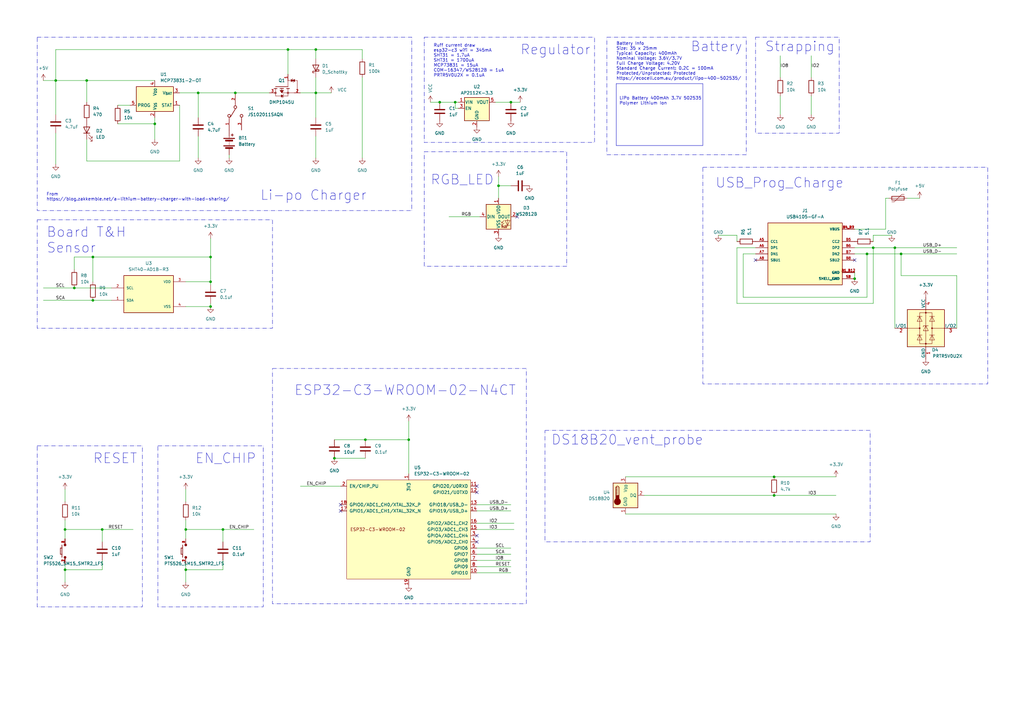
<source format=kicad_sch>
(kicad_sch (version 20230121) (generator eeschema)
  (paper "A3")
  (lib_symbols
    (symbol "Battery_Management:MCP73831-2-OT"
      (property "Reference" "U" (at -7.62 6.35 0))
      (property "Value" "MCP73831-2-OT" (at 1.27 6.35 0))
      (symbol "MCP73831-2-OT_1_1"
        (pin output line (at 10.16 -2.54 180) (length 2.54) (name "STAT") (number "1"))
        (pin power_in line (at 0 -7.62 90) (length 2.54) (name "V_{SS}") (number "2"))
        (pin power_out line (at 10.16 2.54 180) (length 2.54) (name "V_{BAT}") (number "3"))
        (pin power_in line (at 0 7.62 270) (length 2.54) (name "V_{DD}") (number "4"))
        (pin input line (at -10.16 -2.54 0) (length 2.54) (name "PROG") (number "5"))
      )
    )
    (symbol "DMP1045U:DMP1045U" (pin_names (offset 1.016))
      (property "Reference" "Q" (at -10.16 7.62 0))
      (property "Value" "DMP1045U" (at -10.16 -7.62 0))
      (symbol "DMP1045U_0_0"
        (pin passive line (at -5.08 2.54 0) (length 2.54) (name "~") (number "1"))
        (pin passive line (at 2.54 7.62 270) (length 2.54) (name "~") (number "2"))
        (pin passive line (at 2.54 -5.08 90) (length 2.54) (name "~") (number "3"))
      )
    )
    (symbol "Device:Battery" (pin_numbers hide) (pin_names (offset 0) hide)
      (property "Reference" "BT" (at 2.54 2.54 0))
      (property "Value" "Battery" (at 2.54 0 0))
      (symbol "Battery_1_1"
        (pin passive line (at 0 5.08 270) (length 2.54) (name "+") (number "1"))
        (pin passive line (at 0 -5.08 90) (length 2.54) (name "-") (number "2"))
      )
    )
    (symbol "Device:C" (pin_numbers hide) (pin_names (offset 0.254))
      (property "Reference" "C" (at 0.635 2.54 0))
      (property "Value" "C" (at 0.635 -2.54 0))
      (symbol "C_1_1"
        (pin passive line (at 0 3.81 270) (length 2.794) (name "~") (number "1"))
        (pin passive line (at 0 -3.81 90) (length 2.794) (name "~") (number "2"))
      )
    )
    (symbol "Device:D_Schottky" (pin_numbers hide) (pin_names (offset 1.016) hide)
      (property "Reference" "D" (at 0 2.54 0))
      (property "Value" "D_Schottky" (at 0 -2.54 0))
      (symbol "D_Schottky_1_1"
        (pin passive line (at -3.81 0 0) (length 2.54) (name "K") (number "1"))
        (pin passive line (at 3.81 0 180) (length 2.54) (name "A") (number "2"))
      )
    )
    (symbol "Device:LED" (pin_numbers hide) (pin_names (offset 1.016) hide)
      (property "Reference" "D" (at 0 2.54 0))
      (property "Value" "LED" (at 0 -2.54 0))
      (symbol "LED_1_1"
        (pin passive line (at -3.81 0 0) (length 2.54) (name "K") (number "1"))
        (pin passive line (at 3.81 0 180) (length 2.54) (name "A") (number "2"))
      )
    )
    (symbol "Device:Polyfuse" (pin_numbers hide) (pin_names (offset 0))
      (property "Reference" "F" (at -2.54 0 90))
      (property "Value" "Polyfuse" (at 2.54 0 90))
      (symbol "Polyfuse_1_1"
        (pin passive line (at 0 3.81 270) (length 1.27) (name "~") (number "1"))
        (pin passive line (at 0 -3.81 90) (length 1.27) (name "~") (number "2"))
      )
    )
    (symbol "Device:R" (pin_numbers hide) (pin_names (offset 0))
      (property "Reference" "R" (at 2.032 0 90))
      (property "Value" "R" (at 0 0 90))
      (symbol "R_1_1"
        (pin passive line (at 0 3.81 270) (length 1.27) (name "~") (number "1"))
        (pin passive line (at 0 -3.81 90) (length 1.27) (name "~") (number "2"))
      )
    )
    (symbol "JS102011SAQN:JS102011SAQN" (pin_names (offset 1.016))
      (property "Reference" "S" (at -7.6229 5.0819 0))
      (property "Value" "JS102011SAQN" (at -7.6286 -5.0857 0))
      (symbol "JS102011SAQN_0_0"
        (pin passive line (at -7.62 2.54 0) (length 5.08) (name "~") (number "1"))
        (pin passive line (at 7.62 0 180) (length 5.08) (name "~") (number "2"))
        (pin passive line (at -7.62 -2.54 0) (length 5.08) (name "~") (number "3"))
      )
    )
    (symbol "LED:WS2812B" (pin_names (offset 0.254))
      (property "Reference" "D" (at 5.08 5.715 0))
      (property "Value" "WS2812B" (at 1.27 -5.715 0))
      (symbol "WS2812B_0_0"
        (text "RGB" (at 2.286 -4.191 0) (effects (font (size 0.762 0.762))))
      )
      (symbol "WS2812B_1_1"
        (pin power_in line (at 0 7.62 270) (length 2.54) (name "VDD") (number "1"))
        (pin output line (at 7.62 0 180) (length 2.54) (name "DOUT") (number "2"))
        (pin power_in line (at 0 -7.62 90) (length 2.54) (name "VSS") (number "3"))
        (pin input line (at -7.62 0 0) (length 2.54) (name "DIN") (number "4"))
      )
    )
    (symbol "PCM_Espressif:ESP32-C3-WROOM-02" (pin_names (offset 1.016))
      (property "Reference" "U" (at -25.4 25.4 0))
      (property "Value" "ESP32-C3-WROOM-02" (at -25.4 22.86 0))
      (symbol "ESP32-C3-WROOM-02_0_0"
        (text "ESP32-C3-WROOM-02" (at -12.7 0 0) (effects (font (size 1.27 1.27))))
      )
      (symbol "ESP32-C3-WROOM-02_1_1"
        (pin power_in line (at 0 22.86 270) (length 2.54) (name "3V3") (number "1"))
        (pin bidirectional line (at 27.94 -17.78 180) (length 2.54) (name "GPIO10") (number "10"))
        (pin bidirectional line (at 27.94 17.78 180) (length 2.54) (name "GPIO20/U0RXD") (number "11"))
        (pin bidirectional line (at 27.94 15.24 180) (length 2.54) (name "GPIO21/U0TXD") (number "12"))
        (pin bidirectional line (at 27.94 10.16 180) (length 2.54) (name "GPIO18/USB_D-") (number "13"))
        (pin bidirectional line (at 27.94 7.62 180) (length 2.54) (name "GPIO19/USB_D+") (number "14"))
        (pin bidirectional line (at 27.94 0 180) (length 2.54) (name "GPIO3/ADC1_CH3") (number "15"))
        (pin bidirectional line (at 27.94 2.54 180) (length 2.54) (name "GPIO2/ADC1_CH2") (number "16"))
        (pin bidirectional line (at -27.94 7.62 0) (length 2.54) (name "GPIO1/ADC1_CH1/XTAL_32K_N") (number "17"))
        (pin bidirectional line (at -27.94 10.16 0) (length 2.54) (name "GPIO0/ADC1_CH0/XTAL_32K_P") (number "18"))
        (pin power_in line (at 0 -22.86 90) (length 2.54) (name "GND") (number "19"))
        (pin input line (at -27.94 17.78 0) (length 2.54) (name "EN/CHIP_PU") (number "2"))
        (pin bidirectional line (at 27.94 -2.54 180) (length 2.54) (name "GPIO4/ADC1_CH4") (number "3"))
        (pin bidirectional line (at 27.94 -5.08 180) (length 2.54) (name "GPIO5/ADC2_CH0") (number "4"))
        (pin bidirectional line (at 27.94 -7.62 180) (length 2.54) (name "GPIO6") (number "5"))
        (pin bidirectional line (at 27.94 -10.16 180) (length 2.54) (name "GPIO7") (number "6"))
        (pin bidirectional line (at 27.94 -12.7 180) (length 2.54) (name "GPIO8") (number "7"))
        (pin bidirectional line (at 27.94 -15.24 180) (length 2.54) (name "GPIO9") (number "8"))
        (pin passive line (at 0 -22.86 90) (length 2.54) hide (name "GND") (number "9"))
      )
    )
    (symbol "PTS526_SM15_SMTR2_LFS:PTS526_SM15_SMTR2_LFS" (pin_names (offset 1.016))
      (property "Reference" "SW" (at -2.54 2.54 0))
      (property "Value" "PTS526_SM15_SMTR2_LFS" (at -2.54 -2.54 0))
      (symbol "PTS526_SM15_SMTR2_LFS_0_0"
        (pin passive line (at -5.08 0 0) (length 2.54) (name "~") (number "1"))
        (pin passive line (at -5.08 0 0) (length 2.54) (name "~") (number "2"))
        (pin passive line (at 5.08 0 180) (length 2.54) (name "~") (number "3"))
        (pin passive line (at 5.08 0 180) (length 2.54) (name "~") (number "4"))
      )
    )
    (symbol "Power_Protection:PRTR5V0U2X" (pin_names (offset 0))
      (property "Reference" "D" (at 2.794 8.636 0))
      (property "Value" "PRTR5V0U2X" (at 8.128 -9.398 0))
      (symbol "PRTR5V0U2X_1_1"
        (pin passive line (at 0 -12.7 90) (length 5.08) (name "GND") (number "1"))
        (pin passive line (at -12.7 0 0) (length 5.08) (name "I/O1") (number "2"))
        (pin passive line (at 12.7 0 180) (length 5.08) (name "I/O2") (number "3"))
        (pin passive line (at 0 12.7 270) (length 5.08) (name "VCC") (number "4"))
      )
    )
    (symbol "Regulator_Linear:AP2112K-3.3" (pin_names (offset 0.254))
      (property "Reference" "U" (at -5.08 5.715 0))
      (property "Value" "AP2112K-3.3" (at 0 5.715 0))
      (symbol "AP2112K-3.3_1_1"
        (pin power_in line (at -7.62 2.54 0) (length 2.54) (name "VIN") (number "1"))
        (pin power_in line (at 0 -7.62 90) (length 2.54) (name "GND") (number "2"))
        (pin input line (at -7.62 0 0) (length 2.54) (name "EN") (number "3"))
        (pin no_connect line (at 5.08 0 180) (length 2.54) hide (name "NC") (number "4"))
        (pin power_out line (at 7.62 2.54 180) (length 2.54) (name "VOUT") (number "5"))
      )
    )
    (symbol "SHT40-AD1B-R3:SHT40-AD1B-R3" (pin_names (offset 1.016))
      (property "Reference" "U" (at -10.16 8.89 0))
      (property "Value" "SHT40-AD1B-R3" (at -10.16 -10.16 0))
      (symbol "SHT40-AD1B-R3_0_0"
        (pin bidirectional line (at -15.24 -2.54 0) (length 5.08) (name "SDA") (number "1"))
        (pin input line (at -15.24 2.54 0) (length 5.08) (name "SCL") (number "2"))
        (pin power_in line (at 15.24 5.08 180) (length 5.08) (name "VDD") (number "3"))
        (pin power_in line (at 15.24 -5.08 180) (length 5.08) (name "VSS") (number "4"))
      )
    )
    (symbol "Sensor_Temperature:DS18B20"
      (property "Reference" "U" (at -3.81 6.35 0))
      (property "Value" "DS18B20" (at 6.35 6.35 0))
      (symbol "DS18B20_1_1"
        (pin power_in line (at 0 -7.62 90) (length 2.54) (name "GND") (number "1"))
        (pin bidirectional line (at 7.62 0 180) (length 2.54) (name "DQ") (number "2"))
        (pin power_in line (at 0 7.62 270) (length 2.54) (name "V_{DD}") (number "3"))
      )
    )
    (symbol "USB4105-GF-A:USB4105-GF-A" (pin_names (offset 1.016))
      (property "Reference" "J" (at -15.24 13.97 0))
      (property "Value" "USB4105-GF-A" (at -15.24 -15.24 0))
      (symbol "USB4105-GF-A_0_0"
        (pin power_in line (at 20.32 -7.62 180) (length 5.08) (name "GND") (number "A1_B12"))
        (pin power_in line (at 20.32 10.16 180) (length 5.08) (name "VBUS") (number "A4_B9"))
        (pin bidirectional line (at -20.32 5.08 0) (length 5.08) (name "CC1") (number "A5"))
        (pin bidirectional line (at -20.32 2.54 0) (length 5.08) (name "DP1") (number "A6"))
        (pin bidirectional line (at -20.32 0 0) (length 5.08) (name "DN1") (number "A7"))
        (pin bidirectional line (at -20.32 -2.54 0) (length 5.08) (name "SBU1") (number "A8"))
        (pin power_in line (at 20.32 -7.62 180) (length 5.08) (name "GND") (number "B1_A12"))
        (pin power_in line (at 20.32 10.16 180) (length 5.08) (name "VBUS") (number "B4_A9"))
        (pin bidirectional line (at 20.32 5.08 180) (length 5.08) (name "CC2") (number "B5"))
        (pin bidirectional line (at 20.32 2.54 180) (length 5.08) (name "DP2") (number "B6"))
        (pin bidirectional line (at 20.32 0 180) (length 5.08) (name "DN2") (number "B7"))
        (pin bidirectional line (at 20.32 -2.54 180) (length 5.08) (name "SBU2") (number "B8"))
        (pin power_in line (at 20.32 -10.16 180) (length 5.08) (name "SHELL_GND") (number "S1"))
        (pin power_in line (at 20.32 -10.16 180) (length 5.08) (name "SHELL_GND") (number "S2"))
        (pin power_in line (at 20.32 -10.16 180) (length 5.08) (name "SHELL_GND") (number "S3"))
        (pin power_in line (at 20.32 -10.16 180) (length 5.08) (name "SHELL_GND") (number "S4"))
      )
    )
    (symbol "power:+3.3V" (power) (pin_names (offset 0))
      (property "Value" "+3.3V" (at 0 3.556 0))
      (symbol "+3.3V_1_1"
        (pin power_in line (at 0 0 90) (length 0) hide (name "+3.3V") (number "1"))
      )
    )
    (symbol "power:+5V" (power) (pin_names (offset 0))
      (property "Value" "+5V" (at 0 3.556 0))
      (symbol "+5V_1_1"
        (pin power_in line (at 0 0 90) (length 0) hide (name "+5V") (number "1"))
      )
    )
    (symbol "power:GND" (power) (pin_names (offset 0))
      (property "Value" "GND" (at 0 -3.81 0))
      (symbol "GND_1_1"
        (pin power_in line (at 0 0 270) (length 0) hide (name "GND") (number "1"))
      )
    )
    (symbol "power:VCC" (power) (pin_names (offset 0))
      (property "Value" "VCC" (at 0 3.81 0))
      (symbol "VCC_1_1"
        (pin power_in line (at 0 0 90) (length 0) hide (name "VCC") (number "1"))
      )
    )
  )
  (junction (at 369.57 104.14))
  (junction (at 96.52 38.1))
  (junction (at 76.2 217.17))
  (junction (at 86.36 125.73))
  (junction (at 26.67 217.17))
  (junction (at 91.44 217.17))
  (junction (at 350.52 114.3))
  (junction (at 317.5 203.2))
  (junction (at 167.64 180.34))
  (junction (at 367.03 101.6))
  (junction (at 81.28 38.1))
  (junction (at 129.54 38.1))
  (junction (at 209.55 41.91))
  (junction (at 118.11 20.32))
  (junction (at 317.5 195.58))
  (junction (at 204.47 76.2))
  (junction (at 76.2 233.68))
  (junction (at 86.36 105.41))
  (junction (at 149.86 180.34))
  (junction (at 86.36 115.57))
  (junction (at 63.5 50.8))
  (junction (at 186.69 41.91))
  (junction (at 22.86 33.02))
  (junction (at 26.67 233.68))
  (junction (at 30.48 118.11))
  (junction (at 38.1 123.19))
  (junction (at 38.1 105.41))
  (junction (at 129.54 20.32))
  (junction (at 355.6 104.14))
  (junction (at 35.56 33.02))
  (junction (at 358.14 101.6))
  (junction (at 137.16 187.96))
  (junction (at 180.34 41.91))
  (junction (at 41.91 217.17))
  (no_connect (at 195.58 219.71))
  (no_connect (at 195.58 222.25))
  (no_connect (at 139.7 207.01))
  (no_connect (at 212.09 88.9))
  (no_connect (at 350.52 106.68))
  (no_connect (at 195.58 199.39))
  (no_connect (at 139.7 209.55))
  (no_connect (at 309.88 106.68))
  (no_connect (at 195.58 201.93))
  (wire (pts (xy 41.91 217.17) (xy 41.91 222.25)))
  (wire (pts (xy 73.66 66.04) (xy 73.66 43.18)))
  (wire (pts (xy 63.5 57.15) (xy 63.5 50.8)))
  (wire (pts (xy 38.1 105.41) (xy 38.1 115.57)))
  (wire (pts (xy 26.67 217.17) (xy 26.67 220.98)))
  (wire (pts (xy 76.2 217.17) (xy 76.2 220.98)))
  (wire (pts (xy 91.44 217.17) (xy 91.44 222.25)))
  (wire (pts (xy 38.1 105.41) (xy 86.36 105.41)))
  (wire (pts (xy 369.57 104.14) (xy 369.57 113.03)))
  (wire (pts (xy 86.36 124.46) (xy 86.36 125.73)))
  (wire (pts (xy 204.47 76.2) (xy 209.55 76.2)))
  (wire (pts (xy 41.91 217.17) (xy 54.61 217.17)))
  (wire (pts (xy 76.2 233.68) (xy 76.2 238.76)))
  (wire (pts (xy 392.43 113.03) (xy 369.57 113.03)))
  (wire (pts (xy 186.69 41.91) (xy 187.96 41.91)))
  (wire (pts (xy 91.44 229.87) (xy 91.44 233.68)))
  (wire (pts (xy 137.16 180.34) (xy 149.86 180.34)))
  (wire (pts (xy 91.44 217.17) (xy 104.14 217.17)))
  (wire (pts (xy 137.16 187.96) (xy 149.86 187.96)))
  (wire (pts (xy 204.47 72.39) (xy 204.47 76.2)))
  (wire (pts (xy 369.57 104.14) (xy 392.43 104.14)))
  (wire (pts (xy 350.52 101.6) (xy 358.14 101.6)))
  (wire (pts (xy 317.5 203.2) (xy 342.9 203.2)))
  (wire (pts (xy 30.48 118.11) (xy 45.72 118.11)))
  (wire (pts (xy 350.52 93.98) (xy 363.22 93.98)))
  (wire (pts (xy 309.88 101.6) (xy 302.26 101.6)))
  (wire (pts (xy 76.2 233.68) (xy 76.2 231.14)))
  (wire (pts (xy 195.58 232.41) (xy 209.55 232.41)))
  (wire (pts (xy 302.26 99.06) (xy 302.26 96.52)))
  (wire (pts (xy 317.5 195.58) (xy 342.9 195.58)))
  (wire (pts (xy 76.2 217.17) (xy 91.44 217.17)))
  (wire (pts (xy 204.47 76.2) (xy 204.47 81.28)))
  (wire (pts (xy 304.8 121.92) (xy 355.6 121.92)))
  (wire (pts (xy 195.58 234.95) (xy 209.55 234.95)))
  (wire (pts (xy 30.48 110.49) (xy 30.48 105.41)))
  (wire (pts (xy 148.59 31.75) (xy 148.59 64.77)))
  (wire (pts (xy 195.58 217.17) (xy 210.82 217.17)))
  (wire (pts (xy 363.22 93.98) (xy 363.22 81.28)))
  (wire (pts (xy 167.64 180.34) (xy 167.64 194.31)))
  (wire (pts (xy 332.74 22.86) (xy 332.74 31.75)))
  (wire (pts (xy 22.86 20.32) (xy 118.11 20.32)))
  (wire (pts (xy 195.58 229.87) (xy 209.55 229.87)))
  (wire (pts (xy 176.53 41.91) (xy 180.34 41.91)))
  (wire (pts (xy 93.98 64.77) (xy 93.98 63.5)))
  (wire (pts (xy 332.74 39.37) (xy 332.74 46.99)))
  (wire (pts (xy 367.03 101.6) (xy 367.03 134.62)))
  (wire (pts (xy 195.58 209.55) (xy 209.55 209.55)))
  (wire (pts (xy 35.56 66.04) (xy 73.66 66.04)))
  (wire (pts (xy 320.04 39.37) (xy 320.04 46.99)))
  (wire (pts (xy 148.59 20.32) (xy 148.59 24.13)))
  (wire (pts (xy 86.36 105.41) (xy 86.36 115.57)))
  (wire (pts (xy 186.69 44.45) (xy 186.69 41.91)))
  (wire (pts (xy 63.5 50.8) (xy 63.5 48.26)))
  (wire (pts (xy 320.04 22.86) (xy 320.04 31.75)))
  (wire (pts (xy 392.43 134.62) (xy 392.43 113.03)))
  (wire (pts (xy 26.67 233.68) (xy 26.67 238.76)))
  (wire (pts (xy 86.36 115.57) (xy 86.36 116.84)))
  (wire (pts (xy 86.36 97.79) (xy 86.36 105.41)))
  (wire (pts (xy 22.86 33.02) (xy 35.56 33.02)))
  (wire (pts (xy 302.26 124.46) (xy 358.14 124.46)))
  (wire (pts (xy 26.67 200.66) (xy 26.67 205.74)))
  (wire (pts (xy 123.19 38.1) (xy 129.54 38.1)))
  (wire (pts (xy 129.54 31.75) (xy 129.54 38.1)))
  (wire (pts (xy 35.56 41.91) (xy 35.56 33.02)))
  (wire (pts (xy 358.14 101.6) (xy 367.03 101.6)))
  (wire (pts (xy 38.1 123.19) (xy 45.72 123.19)))
  (wire (pts (xy 81.28 64.77) (xy 81.28 55.88)))
  (wire (pts (xy 195.58 207.01) (xy 209.55 207.01)))
  (wire (pts (xy 118.11 20.32) (xy 129.54 20.32)))
  (wire (pts (xy 22.86 67.31) (xy 22.86 54.61)))
  (wire (pts (xy 363.22 81.28) (xy 364.49 81.28)))
  (wire (pts (xy 22.86 33.02) (xy 22.86 20.32)))
  (wire (pts (xy 129.54 20.32) (xy 148.59 20.32)))
  (wire (pts (xy 48.26 43.18) (xy 53.34 43.18)))
  (wire (pts (xy 302.26 96.52) (xy 294.64 96.52)))
  (wire (pts (xy 209.55 41.91) (xy 213.36 41.91)))
  (wire (pts (xy 73.66 38.1) (xy 81.28 38.1)))
  (wire (pts (xy 76.2 213.36) (xy 76.2 217.17)))
  (wire (pts (xy 129.54 55.88) (xy 129.54 64.77)))
  (wire (pts (xy 123.19 199.39) (xy 139.7 199.39)))
  (wire (pts (xy 304.8 104.14) (xy 304.8 121.92)))
  (wire (pts (xy 26.67 213.36) (xy 26.67 217.17)))
  (wire (pts (xy 135.89 38.1) (xy 129.54 38.1)))
  (wire (pts (xy 81.28 38.1) (xy 96.52 38.1)))
  (wire (pts (xy 26.67 231.14) (xy 26.67 233.68)))
  (wire (pts (xy 48.26 50.8) (xy 63.5 50.8)))
  (wire (pts (xy 184.15 88.9) (xy 196.85 88.9)))
  (wire (pts (xy 180.34 41.91) (xy 186.69 41.91)))
  (wire (pts (xy 355.6 104.14) (xy 369.57 104.14)))
  (wire (pts (xy 350.52 111.76) (xy 350.52 114.3)))
  (wire (pts (xy 96.52 38.1) (xy 110.49 38.1)))
  (wire (pts (xy 22.86 46.99) (xy 22.86 33.02)))
  (wire (pts (xy 203.2 41.91) (xy 209.55 41.91)))
  (wire (pts (xy 17.78 33.02) (xy 22.86 33.02)))
  (wire (pts (xy 187.96 44.45) (xy 186.69 44.45)))
  (wire (pts (xy 256.54 195.58) (xy 317.5 195.58)))
  (wire (pts (xy 355.6 121.92) (xy 355.6 104.14)))
  (wire (pts (xy 302.26 101.6) (xy 302.26 124.46)))
  (wire (pts (xy 30.48 105.41) (xy 38.1 105.41)))
  (wire (pts (xy 256.54 210.82) (xy 342.9 210.82)))
  (wire (pts (xy 350.52 104.14) (xy 355.6 104.14)))
  (wire (pts (xy 76.2 115.57) (xy 86.36 115.57)))
  (wire (pts (xy 358.14 99.06) (xy 358.14 96.52)))
  (wire (pts (xy 195.58 214.63) (xy 210.82 214.63)))
  (wire (pts (xy 367.03 101.6) (xy 392.43 101.6)))
  (wire (pts (xy 309.88 104.14) (xy 304.8 104.14)))
  (wire (pts (xy 358.14 96.52) (xy 365.76 96.52)))
  (wire (pts (xy 149.86 180.34) (xy 167.64 180.34)))
  (wire (pts (xy 195.58 227.33) (xy 209.55 227.33)))
  (wire (pts (xy 195.58 224.79) (xy 209.55 224.79)))
  (wire (pts (xy 81.28 38.1) (xy 81.28 48.26)))
  (wire (pts (xy 41.91 229.87) (xy 41.91 233.68)))
  (wire (pts (xy 129.54 38.1) (xy 129.54 48.26)))
  (wire (pts (xy 17.78 118.11) (xy 30.48 118.11)))
  (wire (pts (xy 358.14 101.6) (xy 358.14 124.46)))
  (wire (pts (xy 76.2 125.73) (xy 86.36 125.73)))
  (wire (pts (xy 91.44 233.68) (xy 76.2 233.68)))
  (wire (pts (xy 35.56 33.02) (xy 63.5 33.02)))
  (wire (pts (xy 35.56 57.15) (xy 35.56 66.04)))
  (wire (pts (xy 372.11 81.28) (xy 377.19 81.28)))
  (wire (pts (xy 264.16 203.2) (xy 317.5 203.2)))
  (wire (pts (xy 118.11 20.32) (xy 118.11 30.48)))
  (wire (pts (xy 76.2 200.66) (xy 76.2 205.74)))
  (wire (pts (xy 41.91 233.68) (xy 26.67 233.68)))
  (wire (pts (xy 26.67 217.17) (xy 41.91 217.17)))
  (wire (pts (xy 167.64 172.72) (xy 167.64 180.34)))
  (wire (pts (xy 17.78 123.19) (xy 38.1 123.19)))
  (wire (pts (xy 129.54 20.32) (xy 129.54 24.13)))
  (rectangle (start 309.88 15.24) (end 344.17 54.61) (stroke (width 0) (type dash_dot)))
  (rectangle (start 111.76 151.13) (end 215.9 247.65) (stroke (width 0) (type dash_dot)))
  (rectangle (start 252.73 34.29) (end 288.29 59.69))
  (rectangle (start 15.24 90.17) (end 111.76 134.62) (stroke (width 0) (type dash_dot)))
  (rectangle (start 173.99 15.24) (end 243.84 58.42) (stroke (width 0) (type dash_dot)))
  (rectangle (start 288.29 68.58) (end 405.13 157.48) (stroke (width 0) (type dash_dot)))
  (rectangle (start 248.92 15.24) (end 306.07 63.5) (stroke (width 0) (type dash_dot)))
  (rectangle (start 15.24 15.24) (end 168.91 86.36) (stroke (width 0) (type dash_dot)))
  (rectangle (start 173.99 62.23) (end 232.41 109.22) (stroke (width 0) (type dash_dot)))
  (rectangle (start 223.52 176.53) (end 356.87 222.25) (stroke (width 0) (type dash_dot)))
  (rectangle (start 64.77 182.88) (end 107.95 248.92) (stroke (width 0) (type dash_dot)))
  (rectangle (start 15.24 182.88) (end 58.42 248.92) (stroke (width 0) (type dash_dot)))
  (text "Battery" (at 283.21 21.59 0) (effects (font (size 4 4)) (justify left bottom)))
  (text "RESET" (at 38.1 190.5 0) (effects (font (size 4 4)) (justify left bottom)))
  (text "USB_Prog_Charge" (at 293.37 77.47 0) (effects (font (size 4 4)) (justify left bottom)))
  (text "Li-po Charger" (at 106.68 82.55 0) (effects (font (size 4 4)) (justify left bottom)))
  (text "EN_CHIP" (at 80.01 190.5 0) (effects (font (size 4 4)) (justify left bottom)))
  (text "Board T&H \nSensor" (at 19.05 104.14 0) (effects (font (size 4 4)) (justify left bottom)))
  (text "ESP32-C3-WROOM-02-N4CT" (at 120.65 162.56 0) (effects (font (size 4 4)) (justify left bottom)))
  (text "Regulator" (at 213.36 22.86 0) (effects (font (size 4 4)) (justify left bottom)))
  (text "Ruff current draw\nesp32-c3 wifi = 345mA\nSHT31 = 1.7uA \nSHT31 = 1700uA\nMCP73831 = 15uA\nCOM-16347/WS2812B = 1uA\nPRTR5V0U2X = 0.1uA" (at 177.8 31.75 0) (effects (font (size 1.27 1.27)) (justify left bottom)))
  (text "Battery Info\nSize: 35 x 25mm\nTypical Capacity: 400mAh\nNominal Voltage: 3.6V/3.7V\nFull Charge Voltage: 4.20V\nStandard Charge Current: 0.2C = 100mA\nProtected/Unprotected: Protected\nhttps://ecocell.com.au/product/lipo-400-502535/" (at 252.73 33.02 0) (effects (font (size 1.27 1.27)) (justify left bottom)))
  (text "Strapping" (at 313.69 21.59 0) (effects (font (size 4 4)) (justify left bottom)))
  (text "DS18B20_vent_probe" (at 226.06 182.88 0) (effects (font (size 4 4)) (justify left bottom)))
  (text "From\nhttps://blog.zakkemble.net/a-lithium-battery-charger-with-load-sharing/" (at 19.05 82.55 0) (effects (font (size 1.27 1.27)) (justify left bottom)))
  (text "RGB_LED" (at 176.53 76.2 0) (effects (font (size 4 4)) (justify left bottom)))
  (text "LiPo Battery 400mAh 3.7V 502535\nPolymer Lithium Ion" (at 254 43.18 0) (effects (font (size 1.27 1.27)) (justify left bottom)))
  (label "USB_D-" (at 378.46 104.14 0))
  (label "SCL" (at 22.86 118.11 0))
  (label "SCA" (at 203.2 227.33 0))
  (label "SCL" (at 203.2 224.79 0))
  (label "IO8" (at 203.2 229.87 0))
  (label "RGB" (at 189.23 88.9 0))
  (label "IO3" (at 331.47 203.2 0))
  (label "RESET" (at 203.2 232.41 0))
  (label "RESET" (at 44.45 217.17 0))
  (label "USB_D+" (at 200.66 209.55 0))
  (label "SCA" (at 22.86 123.19 0))
  (label "IO3" (at 200.66 217.17 0))
  (label "IO2" (at 332.74 27.94 0))
  (label "EN_CHIP" (at 125.73 199.39 0))
  (label "IO2" (at 200.66 214.63 0))
  (label "USB_D-" (at 200.66 207.01 0))
  (label "EN_CHIP" (at 93.98 217.17 0))
  (label "RGB" (at 204.47 234.95 0))
  (label "IO8" (at 320.04 27.94 0))
  (label "USB_D+" (at 378.46 101.6 0))
  (symbol (lib_id "Device:Battery") (at 93.98 58.42 0) (unit 1)
    (property "Reference" "BT1" (at 97.79 56.5785 0) (effects (justify left)))
    (property "Value" "Battery" (at 97.79 59.1185 0) (effects (justify left)))
    (property "Footprint" "LED_THT:LED_D2.0mm_W4.8mm_H2.5mm_FlatTop" (effects hide))
    (property "ProductPage" "https://ecocell.com.au/product/lipo-400-502535/" (effects hide))
    (property "Price" "$7.90" (effects hide))
    (property "PartNumber" "LIPO-400-502535" (effects hide))
  )
  (symbol (lib_id "Device:R") (at 35.56 45.72 0) (unit 1)
    (property "Reference" "R4" (at 38.1 44.45 0) (effects (justify left)))
    (property "Value" "470" (at 38.1 46.99 0) (effects (justify left)))
    (property "Footprint" "Resistor_SMD:R_0402_1005Metric_Pad0.72x0.64mm_HandSolder" (effects hide))
    (property "DigiKeyPN" "1292-WR04X4700FTLCT-ND - Cut Tape (CT)" (effects hide))
    (property "ProductPage" "https://www.digikey.com.au/en/products/detail/walsin-technology-corporation/WR04X4700FTL/13238725" (effects hide))
    (property "Price" "$0.17600" (effects hide))
  )
  (symbol (lib_id "Device:C") (at 209.55 45.72 0) (unit 1)
    (property "Reference" "C2" (at 213.36 44.45 0) (effects (justify left)))
    (property "Value" "1uF" (at 213.36 46.99 0) (effects (justify left)))
    (property "Footprint" "Capacitor_SMD:C_0402_1005Metric_Pad0.74x0.62mm_HandSolder" (effects hide))
    (property "DigiKeyPN" "1276-1076-1-ND - Cut Tape (CT)" (effects hide))
    (property "ProductPage" "https://www.digikey.com.au/en/products/detail/samsung-electro-mechanics/CL05A105KP5NNNC/3886734" (effects hide))
    (property "Price" "$0.17600" (effects hide))
  )
  (symbol (lib_id "SHT40-AD1B-R3:SHT40-AD1B-R3") (at 60.96 120.65 0) (unit 1)
    (property "Reference" "U3" (at 60.96 107.95 0))
    (property "Value" "SHT40-AD1B-R3" (at 60.96 110.49 0))
    (property "Footprint" "SHT40-AD1B-R3:SHT4X" (effects hide))
    (property "DigiKeyPN" "1649-SHT40-AD1B-R3CT-ND" (effects hide))
    (property "ProductPage" "https://www.digikey.com.au/en/products/detail/sensirion-ag/SHT40-AD1B-R3/14322709?s=N4IgTCBcDaIMoAkAqAWADAWgIIBECMAQhgEoDMIAugL5A" (effects hide))
    (property "Price" "$4.85100" (effects hide))
  )
  (symbol (lib_id "Battery_Management:MCP73831-2-OT") (at 63.5 40.64 0) (unit 1)
    (property "Reference" "U1" (at 65.6941 30.48 0) (effects (justify left)))
    (property "Value" "MCP73831-2-OT" (at 65.6941 33.02 0) (effects (justify left)))
    (property "Footprint" "Package_TO_SOT_SMD:SOT-23-5" (effects hide))
    (property "Datasheet" "http://ww1.microchip.com/downloads/en/DeviceDoc/20001984g.pdf" (effects hide))
    (property "DigiKeyPN" "MCP73831T-2ACI/OTCT-ND - Cut Tape (CT)" (effects hide))
    (property "ProductPage" "https://www.digikey.com.au/en/products/detail/microchip-technology/MCP73831T-2ACI-OT/964301" (effects hide))
    (property "Price" "$1.35300" (effects hide))
  )
  (symbol (lib_id "power:GND") (at 26.67 238.76 0) (unit 1)
    (property "Reference" "#PWR033" (effects hide))
    (property "Value" "GND" (at 26.67 243.84 0))
  )
  (symbol (lib_id "Device:R") (at 306.07 99.06 90) (unit 1)
    (property "Reference" "R6" (at 304.8 96.52 0) (effects (justify left)))
    (property "Value" "5.1" (at 307.34 96.52 0) (effects (justify left)))
    (property "Footprint" "Capacitor_SMD:C_0402_1005Metric_Pad0.74x0.62mm_HandSolder" (effects hide))
    (property "DigiKeyPN" "311-5.1JRCT-ND - Cut Tape (CT)" (effects hide))
    (property "ProductPage" "https://www.digikey.com.au/en/products/detail/yageo/RC0402JR-075R1L/726486" (effects hide))
    (property "Price" "$0.17600" (effects hide))
  )
  (symbol (lib_id "Device:C") (at 81.28 52.07 0) (unit 1)
    (property "Reference" "C4" (at 85.09 50.8 0) (effects (justify left)))
    (property "Value" "4.7uF" (at 85.09 53.34 0) (effects (justify left)))
    (property "Footprint" "Capacitor_SMD:C_0402_1005Metric_Pad0.74x0.62mm_HandSolder" (effects hide))
    (property "DigiKeyPN" "1276-1481-1-ND - Cut Tape (CT)" (effects hide))
    (property "ProductPage" "https://www.digikey.com.au/en/products/detail/samsung-electro-mechanics/CL05A475KQ5NRNC/3887139" (effects hide))
    (property "Price" "$0.17600" (effects hide))
  )
  (symbol (lib_id "power:GND") (at 129.54 64.77 0) (unit 1)
    (property "Reference" "#PWR013" (effects hide))
    (property "Value" "GND" (at 129.54 69.85 0))
  )
  (symbol (lib_id "power:+5V") (at 377.19 81.28 0) (unit 1)
    (property "Reference" "#PWR018" (effects hide))
    (property "Value" "+5V" (at 377.19 76.2 0))
  )
  (symbol (lib_id "DMP1045U:DMP1045U") (at 115.57 35.56 270) (unit 1)
    (property "Reference" "Q1" (at 115.57 33.02 90))
    (property "Value" "DMP1045U" (at 115.57 41.91 90))
    (property "Footprint" "DMP1045U:SOT91P240X110-3N" (effects hide))
    (property "DigiKeyPN" "DMP1045U-7DICT-ND - Cut Tape (CT)" (effects hide))
    (property "ProductPage" "https://www.digikey.com.au/en/products/detail/diodes-incorporated/DMP1045U-7/4249936" (effects hide))
    (property "Price" "$0.77000" (effects hide))
  )
  (symbol (lib_id "power:+3.3V") (at 204.47 72.39 0) (unit 1)
    (property "Reference" "#PWR016" (effects hide))
    (property "Value" "+3.3V" (at 204.47 67.31 0))
  )
  (symbol (lib_id "Device:R") (at 354.33 99.06 90) (unit 1)
    (property "Reference" "R7" (at 353.06 96.52 0) (effects (justify left)))
    (property "Value" "5.1" (at 355.6 96.52 0) (effects (justify left)))
    (property "Footprint" "Capacitor_SMD:C_0402_1005Metric_Pad0.74x0.62mm_HandSolder" (effects hide))
    (property "DigiKeyPN" "311-5.1JRCT-ND - Cut Tape (CT)" (effects hide))
    (property "ProductPage" "https://www.digikey.com.au/en/products/detail/yageo/RC0402JR-075R1L/726486" (effects hide))
    (property "Price" "$0.17600" (effects hide))
  )
  (symbol (lib_id "power:GND") (at 86.36 125.73 0) (unit 1)
    (property "Reference" "#PWR025" (effects hide))
    (property "Value" "GND" (at 86.36 130.81 0))
  )
  (symbol (lib_id "power:GND") (at 76.2 238.76 0) (unit 1)
    (property "Reference" "#PWR034" (effects hide))
    (property "Value" "GND" (at 76.2 243.84 0))
  )
  (symbol (lib_id "PTS526_SM15_SMTR2_LFS:PTS526_SM15_SMTR2_LFS") (at 26.67 226.06 90) (unit 1)
    (property "Reference" "SW2" (at 17.78 228.6 90) (effects (justify right)))
    (property "Value" "PTS526_SM15_SMTR2_LFS" (at 17.78 231.14 90) (effects (justify right)))
    (property "Footprint" "PTS526_SM15_SMTR2_LFS:PTS526SM15SMTR2LFS" (effects hide))
    (property "DigiKeyPN" "CKN12220-1-ND - Cut Tape (CT)" (effects hide))
    (property "ProductPage" "https://www.digikey.com.au/en/products/detail/c-k/PTS526-SM15-SMTR2-LFS/10056625" (effects hide))
    (property "Price" "$0.25300" (effects hide))
  )
  (symbol (lib_id "power:GND") (at 195.58 52.07 0) (unit 1)
    (property "Reference" "#PWR09" (effects hide))
    (property "Value" "GND" (at 195.58 57.15 0))
  )
  (symbol (lib_id "PCM_Espressif:ESP32-C3-WROOM-02") (at 167.64 217.17 0) (unit 1)
    (property "Reference" "U5" (at 169.8341 191.77 0) (effects (justify left)))
    (property "Value" "ESP32-C3-WROOM-02" (at 169.8341 194.31 0) (effects (justify left)))
    (property "Footprint" "PCM_Espressif:ESP32-C3-WROOM-02" (effects hide))
    (property "Datasheet" "https://www.espressif.com/sites/default/files/documentation/esp32-c3-wroom-02_datasheet_en.pdf" (effects hide))
    (property "DigiKeyPN" "1965-ESP32-C3-WROOM-02-N4CT-ND" (effects hide))
    (property "ProductPage" "https://www.digikey.com.au/en/products/detail/espressif-systems/ESP32-C3-WROOM-02-N4/14553031" (effects hide))
    (property "Price" "$3.38800" (effects hide))
  )
  (symbol (lib_id "power:VCC") (at 135.89 38.1 0) (unit 1)
    (property "Reference" "#PWR02" (effects hide))
    (property "Value" "VCC" (at 138.43 36.83 0) (effects (justify left)))
  )
  (symbol (lib_id "Device:R") (at 148.59 27.94 0) (unit 1)
    (property "Reference" "R1" (at 151.13 26.67 0) (effects (justify left)))
    (property "Value" "100k" (at 151.13 29.21 0) (effects (justify left)))
    (property "Footprint" "Resistor_SMD:R_0402_1005Metric_Pad0.72x0.64mm_HandSolder" (effects hide))
    (property "DigiKeyPN" "1292-WR04X104JTLCT-ND - Cut Tape (CT)" (effects hide))
    (property "ProductPage" "https://www.digikey.com.au/en/products/detail/walsin-technology-corporation/WR04X104-JTL/13239188" (effects hide))
    (property "Price" "$0.17600" (effects hide))
  )
  (symbol (lib_id "Device:R") (at 76.2 209.55 0) (unit 1)
    (property "Reference" "R12" (at 78.74 208.28 0) (effects (justify left)))
    (property "Value" "10k" (at 78.74 210.82 0) (effects (justify left)))
    (property "Footprint" "Capacitor_SMD:C_0402_1005Metric_Pad0.74x0.62mm_HandSolder" (effects hide))
    (property "DigiKeyPN" "311-10.0KLRCT-ND - Cut Tape (CT)" (effects hide))
    (property "ProductPage" "https://www.digikey.com.au/en/products/detail/yageo/RC0402FR-0710KL/726523" (effects hide))
    (property "Price" "$0.17600" (effects hide))
  )
  (symbol (lib_id "Sensor_Temperature:DS18B20") (at 256.54 203.2 0) (unit 1)
    (property "Reference" "U4" (at 250.19 201.93 0) (effects (justify right)))
    (property "Value" "DS18B20" (at 250.19 204.47 0) (effects (justify right)))
    (property "Footprint" "Package_TO_SOT_THT:TO-92_Inline" (effects hide))
    (property "Datasheet" "http://datasheets.maximintegrated.com/en/ds/DS18B20.pdf" (effects hide))
    (property "DigiKeyPN" "1528-1592-ND" (effects hide))
    (property "ProductPage" "https://www.digikey.com.au/en/products/detail/adafruit-industries-llc/381/5875807" (effects hide))
    (property "Price" "$17.75400" (effects hide))
  )
  (symbol (lib_id "Device:LED") (at 35.56 53.34 90) (unit 1)
    (property "Reference" "D2" (at 39.37 53.6575 90) (effects (justify right)))
    (property "Value" "LED" (at 39.37 56.1975 90) (effects (justify right)))
    (property "Footprint" "LED_THT:LED_Rectangular_W3.0mm_H2.0mm" (effects hide))
    (property "DigiKeyPN" "754-1901-ND" (effects hide))
    (property "ProductPage" "https://www.digikey.com.au/en/products/detail/kingbright/WP914IDT/3084285" (effects hide))
    (property "Price" "$0.57200" (effects hide))
  )
  (symbol (lib_id "Device:C") (at 137.16 184.15 0) (unit 1)
    (property "Reference" "C8" (at 140.97 182.88 0) (effects (justify left)))
    (property "Value" "10uF" (at 140.97 185.42 0) (effects (justify left)))
    (property "Footprint" "Capacitor_SMD:C_0603_1608Metric_Pad1.08x0.95mm_HandSolder" (effects hide))
    (property "DigiKeyPN" "1276-1119-1-ND - Cut Tape " (effects hide))
    (property "ProductPage" "https://www.digikey.com.au/en/products/detail/samsung-electro-mechanics/CL10A106MQ8NNNC/3886777" (effects hide))
    (property "Price" "$0.19800" (effects hide))
  )
  (symbol (lib_id "power:GND") (at 93.98 64.77 0) (unit 1)
    (property "Reference" "#PWR012" (effects hide))
    (property "Value" "GND" (at 93.98 69.85 0))
  )
  (symbol (lib_id "power:GND") (at 379.73 147.32 0) (unit 1)
    (property "Reference" "#PWR026" (effects hide))
    (property "Value" "GND" (at 379.73 152.4 0))
  )
  (symbol (lib_id "JS102011SAQN:JS102011SAQN") (at 96.52 45.72 90) (unit 1)
    (property "Reference" "S1" (at 101.6 44.45 90) (effects (justify right)))
    (property "Value" "JS102011SAQN" (at 101.6 46.99 90) (effects (justify right)))
    (property "Footprint" "JS102011SAQN:SW_JS102011SAQN" (effects hide))
    (property "DigiKeyPN" "401-1999-1-ND - Cut Tape (CT)" (effects hide))
    (property "ProductPage" "https://www.digikey.com.au/en/products/detail/c-k/JS102011SAQN/1640095" (effects hide))
    (property "Price" "$1.26500" (effects hide))
  )
  (symbol (lib_id "PTS526_SM15_SMTR2_LFS:PTS526_SM15_SMTR2_LFS") (at 76.2 226.06 90) (unit 1)
    (property "Reference" "SW1" (at 67.31 228.6 90) (effects (justify right)))
    (property "Value" "PTS526_SM15_SMTR2_LFS" (at 67.31 231.14 90) (effects (justify right)))
    (property "Footprint" "PTS526_SM15_SMTR2_LFS:PTS526SM15SMTR2LFS" (effects hide))
    (property "DigiKeyPN" "CKN12220-1-ND - Cut Tape (CT)" (effects hide))
    (property "ProductPage" "https://www.digikey.com.au/en/products/detail/c-k/PTS526-SM15-SMTR2-LFS/10056625" (effects hide))
    (property "Price" "$0.25300" (effects hide))
  )
  (symbol (lib_id "power:+3.3V") (at 26.67 200.66 0) (unit 1)
    (property "Reference" "#PWR030" (effects hide))
    (property "Value" "+3.3V" (at 26.67 195.58 0))
  )
  (symbol (lib_id "Device:R") (at 317.5 199.39 180) (unit 1)
    (property "Reference" "R10" (at 320.04 198.12 0) (effects (justify right)))
    (property "Value" "4.7k" (at 320.04 200.66 0) (effects (justify right)))
    (property "Footprint" "Resistor_SMD:R_0402_1005Metric_Pad0.72x0.64mm_HandSolder" (effects hide))
    (property "DigiKeyPN" "311-4.7KLRCT-ND - Cut Tape (CT)" (effects hide))
    (property "ProductPage" "https://www.digikey.com.au/en/products/detail/yageo/RC0402FR-074K7L/2827563" (effects hide))
    (property "Price" "$0.17600" (effects hide))
  )
  (symbol (lib_id "Device:R") (at 320.04 35.56 0) (unit 1)
    (property "Reference" "R2" (at 322.58 34.29 0) (effects (justify left)))
    (property "Value" "10k" (at 322.58 36.83 0) (effects (justify left)))
    (property "Footprint" "Capacitor_SMD:C_0402_1005Metric_Pad0.74x0.62mm_HandSolder" (effects hide))
    (property "DigiKeyPN" "311-10.0KLRCT-ND - Cut Tape (CT)" (effects hide))
    (property "ProductPage" "https://www.digikey.com.au/en/products/detail/yageo/RC0402FR-0710KL/726523" (effects hide))
    (property "Price" "$0.17600" (effects hide))
  )
  (symbol (lib_id "power:GND") (at 209.55 49.53 0) (unit 1)
    (property "Reference" "#PWR08" (effects hide))
    (property "Value" "GND" (at 209.55 54.61 0))
  )
  (symbol (lib_id "power:+3.3V") (at 76.2 200.66 0) (unit 1)
    (property "Reference" "#PWR031" (effects hide))
    (property "Value" "+3.3V" (at 76.2 195.58 0))
  )
  (symbol (lib_id "power:GND") (at 63.5 57.15 0) (unit 1)
    (property "Reference" "#PWR010" (effects hide))
    (property "Value" "GND" (at 63.5 62.23 0))
  )
  (symbol (lib_id "power:GND") (at 81.28 64.77 0) (unit 1)
    (property "Reference" "#PWR011" (effects hide))
    (property "Value" "GND" (at 81.28 69.85 0))
  )
  (symbol (lib_id "power:GND") (at 217.17 76.2 0) (unit 1)
    (property "Reference" "#PWR017" (effects hide))
    (property "Value" "GND" (at 217.17 81.28 0))
  )
  (symbol (lib_id "Device:C") (at 91.44 226.06 0) (unit 1)
    (property "Reference" "C11" (at 95.25 224.79 0) (effects (justify left)))
    (property "Value" "0.1uf" (at 95.25 227.33 0) (effects (justify left)))
    (property "Footprint" "Capacitor_SMD:C_0402_1005Metric_Pad0.74x0.62mm_HandSolder" (effects hide))
    (property "DigiKeyPN" "478-11504-1-ND - Cut Tape (CT)" (effects hide))
    (property "ProductPage" "https://www.digikey.com.au/en/products/detail/kyocera-avx/04026D104KAT4A/8107673" (effects hide))
    (property "Price" "$0.17600" (effects hide))
  )
  (symbol (lib_id "power:+3.3V") (at 213.36 41.91 0) (unit 1)
    (property "Reference" "#PWR04" (effects hide))
    (property "Value" "+3.3V" (at 213.36 36.83 0))
  )
  (symbol (lib_id "Device:D_Schottky") (at 129.54 27.94 90) (unit 1)
    (property "Reference" "D1" (at 132.08 26.9875 90) (effects (justify right)))
    (property "Value" "D_Schottky" (at 132.08 29.5275 90) (effects (justify right)))
    (property "Footprint" "Diode_SMD:D_SOD-123" (effects hide))
    (property "DigiKeyPN" "B130LAW-FDICT-ND - Cut Tape (CT)" (effects hide))
    (property "ProductPage" "https://www.digikey.com.au/en/products/detail/diodes-incorporated/B130LAW-7-F/725013" (effects hide))
    (property "Price" "$0.63800" (effects hide))
  )
  (symbol (lib_id "Device:C") (at 213.36 76.2 90) (unit 1)
    (property "Reference" "C6" (at 213.36 68.58 90))
    (property "Value" "1uF" (at 213.36 71.12 90))
    (property "Footprint" "Capacitor_SMD:C_0402_1005Metric_Pad0.74x0.62mm_HandSolder" (effects hide))
    (property "DigiKeyPN" "1276-1076-1-ND - Cut Tape (CT)" (effects hide))
    (property "ProductPage" "https://www.digikey.com.au/en/products/detail/samsung-electro-mechanics/CL05A105KP5NNNC/3886734" (effects hide))
    (property "Price" "$0.17600" (effects hide))
  )
  (symbol (lib_id "Power_Protection:PRTR5V0U2X") (at 379.73 134.62 0) (unit 1)
    (property "Reference" "D4" (at 383.54 143.51 0))
    (property "Value" "PRTR5V0U2X" (at 388.62 146.05 0))
    (property "Footprint" "Package_TO_SOT_SMD:SOT-143" (effects hide))
    (property "Datasheet" "https://assets.nexperia.com/documents/data-sheet/PRTR5V0U2X.pdf" (effects hide))
    (property "DigiKeyPN" "1727-3884-1-ND - Cut Tape (CT)" (effects hide))
    (property "ProductPage" "https://www.digikey.com.au/en/products/detail/nexperia-usa-inc/PRTR5V0U2X-215/1163690" (effects hide))
    (property "Price" "$0.89100" (effects hide))
  )
  (symbol (lib_id "power:GND") (at 167.64 240.03 0) (unit 1)
    (property "Reference" "#PWR035" (effects hide))
    (property "Value" "GND" (at 167.64 245.11 0))
  )
  (symbol (lib_id "Device:C") (at 22.86 50.8 0) (unit 1)
    (property "Reference" "C3" (at 26.67 49.53 0) (effects (justify left)))
    (property "Value" "4.7uF" (at 26.67 52.07 0) (effects (justify left)))
    (property "Footprint" "Capacitor_SMD:C_0402_1005Metric_Pad0.74x0.62mm_HandSolder" (effects hide))
    (property "DigiKeyPN" "1276-1481-1-ND - Cut Tape (CT)" (effects hide))
    (property "ProductPage" "https://www.digikey.com.au/en/products/detail/samsung-electro-mechanics/CL05A475KQ5NRNC/3887139" (effects hide))
    (property "Price" "$0.17600" (effects hide))
  )
  (symbol (lib_id "Device:R") (at 332.74 35.56 0) (unit 1)
    (property "Reference" "R3" (at 335.28 34.29 0) (effects (justify left)))
    (property "Value" "10k" (at 335.28 36.83 0) (effects (justify left)))
    (property "Footprint" "Capacitor_SMD:C_0402_1005Metric_Pad0.74x0.62mm_HandSolder" (effects hide))
    (property "DigiKeyPN" "311-10.0KLRCT-ND - Cut Tape (CT)" (effects hide))
    (property "ProductPage" "https://www.digikey.com.au/en/products/detail/yageo/RC0402FR-0710KL/726523" (effects hide))
    (property "Price" "$0.17600" (effects hide))
  )
  (symbol (lib_id "USB4105-GF-A:USB4105-GF-A") (at 330.2 104.14 0) (unit 1)
    (property "Reference" "J1" (at 330.2 86.36 0))
    (property "Value" "USB4105-GF-A" (at 330.2 88.9 0))
    (property "Footprint" "USB4105-GF-A:GCT_USB4105-GF-A" (effects hide))
    (property "DigiKeyPN" "2073-USB4105-GF-ACT-ND - Cut Tape (CT)" (effects hide))
    (property "ProductPage" "https://www.digikey.com.au/en/products/detail/gct/USB4105-GF-A/11198441" (effects hide))
    (property "Price" "$1.44100" (effects hide))
  )
  (symbol (lib_id "Device:C") (at 86.36 120.65 0) (unit 1)
    (property "Reference" "C7" (at 90.17 119.38 0) (effects (justify left)))
    (property "Value" "0.1uf" (at 90.17 121.92 0) (effects (justify left)))
    (property "Footprint" "Capacitor_SMD:C_0402_1005Metric_Pad0.74x0.62mm_HandSolder" (effects hide))
    (property "DigiKeyPN" "478-11504-1-ND - Cut Tape (CT)" (effects hide))
    (property "ProductPage" "https://www.digikey.com.au/en/products/detail/kyocera-avx/04026D104KAT4A/8107673" (effects hide))
    (property "Price" "$0.17600" (effects hide))
  )
  (symbol (lib_id "power:+3.3V") (at 379.73 121.92 0) (unit 1)
    (property "Reference" "#PWR024" (effects hide))
    (property "Value" "+3.3V" (at 379.73 116.84 0))
  )
  (symbol (lib_id "power:GND") (at 148.59 64.77 0) (unit 1)
    (property "Reference" "#PWR014" (effects hide))
    (property "Value" "GND" (at 148.59 69.85 0))
  )
  (symbol (lib_id "Device:R") (at 48.26 46.99 0) (unit 1)
    (property "Reference" "R5" (at 50.8 45.72 0) (effects (justify left)))
    (property "Value" "10k" (at 50.8 48.26 0) (effects (justify left)))
    (property "Footprint" "Capacitor_SMD:C_0402_1005Metric_Pad0.74x0.62mm_HandSolder" (effects hide))
    (property "DigiKeyPN" "311-10.0KLRCT-ND - Cut Tape (CT)" (effects hide))
    (property "ProductPage" "https://www.digikey.com.au/en/products/detail/yageo/RC0402FR-0710KL/726523" (effects hide))
    (property "Price" "$0.17600" (effects hide))
  )
  (symbol (lib_id "LED:WS2812B") (at 204.47 88.9 0) (unit 1)
    (property "Reference" "D3" (at 215.9 85.2521 0))
    (property "Value" "WS2812B" (at 215.9 87.7921 0))
    (property "Footprint" "LED_SMD:LED_WS2812B_PLCC4_5.0x5.0mm_P3.2mm" (effects hide))
    (property "Datasheet" "https://cdn-shop.adafruit.com/datasheets/WS2812B.pdf" (effects hide))
    (property "DigiKeyPN" "1568-COM-16347CT-ND - Cut Tape (CT)" (effects hide))
    (property "ProductPage" "https://www.digikey.com.au/en/products/detail/sparkfun-electronics/COM-16347/11630204" (effects hide))
    (property "Price" "$1.06700" (effects hide))
  )
  (symbol (lib_id "Device:R") (at 26.67 209.55 0) (unit 1)
    (property "Reference" "R11" (at 29.21 208.28 0) (effects (justify left)))
    (property "Value" "10k" (at 29.21 210.82 0) (effects (justify left)))
    (property "Footprint" "Capacitor_SMD:C_0402_1005Metric_Pad0.74x0.62mm_HandSolder" (effects hide))
    (property "DigiKeyPN" "311-10.0KLRCT-ND - Cut Tape (CT)" (effects hide))
    (property "ProductPage" "https://www.digikey.com.au/en/products/detail/yageo/RC0402FR-0710KL/726523" (effects hide))
    (property "Price" "$0.17600" (effects hide))
  )
  (symbol (lib_id "Device:C") (at 41.91 226.06 0) (unit 1)
    (property "Reference" "C10" (at 45.72 224.79 0) (effects (justify left)))
    (property "Value" "1uF" (at 45.72 227.33 0) (effects (justify left)))
    (property "Footprint" "Capacitor_SMD:C_0402_1005Metric_Pad0.74x0.62mm_HandSolder" (effects hide))
    (property "DigiKeyPN" "1276-1076-1-ND - Cut Tape (CT)" (effects hide))
    (property "ProductPage" "https://www.digikey.com.au/en/products/detail/samsung-electro-mechanics/CL05A105KP5NNNC/3886734" (effects hide))
    (property "Price" "$0.17600" (effects hide))
  )
  (symbol (lib_id "power:GND") (at 332.74 46.99 0) (unit 1)
    (property "Reference" "#PWR06" (effects hide))
    (property "Value" "GND" (at 332.74 52.07 0))
  )
  (symbol (lib_id "power:GND") (at 180.34 49.53 0) (unit 1)
    (property "Reference" "#PWR07" (effects hide))
    (property "Value" "GND" (at 180.34 54.61 0))
  )
  (symbol (lib_id "Device:R") (at 30.48 114.3 0) (unit 1)
    (property "Reference" "R8" (at 33.02 113.03 0) (effects (justify left)))
    (property "Value" "10k" (at 33.02 115.57 0) (effects (justify left)))
    (property "Footprint" "Capacitor_SMD:C_0402_1005Metric_Pad0.74x0.62mm_HandSolder" (effects hide))
    (property "DigiKeyPN" "311-10.0KLRCT-ND - Cut Tape (CT)" (effects hide))
    (property "ProductPage" "https://www.digikey.com.au/en/products/detail/yageo/RC0402FR-0710KL/726523" (effects hide))
    (property "Price" "$0.17600" (effects hide))
  )
  (symbol (lib_id "power:+3.3V") (at 86.36 97.79 0) (unit 1)
    (property "Reference" "#PWR022" (effects hide))
    (property "Value" "+3.3V" (at 86.36 92.71 0))
  )
  (symbol (lib_id "Device:C") (at 149.86 184.15 0) (unit 1)
    (property "Reference" "C9" (at 153.67 182.88 0) (effects (justify left)))
    (property "Value" "0.1uf" (at 153.67 185.42 0) (effects (justify left)))
    (property "Footprint" "Capacitor_SMD:C_0402_1005Metric_Pad0.74x0.62mm_HandSolder" (effects hide))
    (property "DigiKeyPN" "478-11504-1-ND - Cut Tape (CT)" (effects hide))
    (property "ProductPage" "https://www.digikey.com.au/en/products/detail/kyocera-avx/04026D104KAT4A/8107673" (effects hide))
    (property "Price" "$0.17600" (effects hide))
  )
  (symbol (lib_id "power:GND") (at 320.04 46.99 0) (unit 1)
    (property "Reference" "#PWR05" (effects hide))
    (property "Value" "GND" (at 320.04 52.07 0))
  )
  (symbol (lib_id "power:+3.3V") (at 167.64 172.72 0) (unit 1)
    (property "Reference" "#PWR027" (effects hide))
    (property "Value" "+3.3V" (at 167.64 167.64 0))
  )
  (symbol (lib_id "power:GND") (at 350.52 114.3 0) (unit 1)
    (property "Reference" "#PWR023" (effects hide))
    (property "Value" "GND" (at 350.52 119.38 0))
  )
  (symbol (lib_id "power:GND") (at 342.9 210.82 0) (unit 1)
    (property "Reference" "#PWR032" (effects hide))
    (property "Value" "GND" (at 342.9 215.9 0))
  )
  (symbol (lib_id "power:+5V") (at 17.78 33.02 0) (unit 1)
    (property "Reference" "#PWR01" (effects hide))
    (property "Value" "+5V" (at 17.78 27.94 0))
  )
  (symbol (lib_id "Device:C") (at 129.54 52.07 0) (unit 1)
    (property "Reference" "C5" (at 133.35 50.8 0) (effects (justify left)))
    (property "Value" "1uF" (at 133.35 53.34 0) (effects (justify left)))
    (property "Footprint" "Capacitor_SMD:C_0402_1005Metric_Pad0.74x0.62mm_HandSolder" (effects hide))
    (property "DigiKeyPN" "1276-1076-1-ND - Cut Tape (CT)" (effects hide))
    (property "ProductPage" "https://www.digikey.com.au/en/products/detail/samsung-electro-mechanics/CL05A105KP5NNNC/3886734" (effects hide))
    (property "Price" "$0.17600" (effects hide))
  )
  (symbol (lib_id "power:GND") (at 137.16 187.96 0) (unit 1)
    (property "Reference" "#PWR028" (effects hide))
    (property "Value" "GND" (at 137.16 193.04 0))
  )
  (symbol (lib_id "power:VCC") (at 176.53 41.91 0) (mirror y) (unit 1)
    (property "Reference" "#PWR03" (effects hide))
    (property "Value" "VCC" (at 176.53 38.1 90) (effects (justify left)))
  )
  (symbol (lib_id "Regulator_Linear:AP2112K-3.3") (at 195.58 44.45 0) (unit 1)
    (property "Reference" "U2" (at 195.58 35.56 0))
    (property "Value" "AP2112K-3.3" (at 195.58 38.1 0))
    (property "Footprint" "Package_TO_SOT_SMD:SOT-23-5" (effects hide))
    (property "Datasheet" "https://www.diodes.com/assets/Datasheets/AP2112.pdf" (effects hide))
    (property "DigiKeyPN" "AP2112K-3.3TRG1DICT-ND - Cut Tape (CT)" (effects hide))
    (property "ProductPage" "https://www.digikey.com.au/en/products/detail/diodes-incorporated/AP2112K-3-3TRG1/4470746?s=N4IgTCBcDaIIIAUwEZlgNIFoDMA6bIAugL5A" (effects hide))
    (property "Price" "$0.62700" (effects hide))
  )
  (symbol (lib_id "power:GND") (at 365.76 96.52 0) (unit 1)
    (property "Reference" "#PWR021" (effects hide))
    (property "Value" "GND" (at 365.76 95.25 0))
  )
  (symbol (lib_id "power:+3.3V") (at 342.9 195.58 0) (unit 1)
    (property "Reference" "#PWR029" (effects hide))
    (property "Value" "+3.3V" (at 342.9 190.5 0))
  )
  (symbol (lib_id "power:GND") (at 294.64 96.52 0) (unit 1)
    (property "Reference" "#PWR020" (effects hide))
    (property "Value" "GND" (at 294.64 95.25 0))
  )
  (symbol (lib_id "power:GND") (at 204.47 96.52 0) (unit 1)
    (property "Reference" "#PWR019" (effects hide))
    (property "Value" "GND" (at 204.47 101.6 0))
  )
  (symbol (lib_id "power:GND") (at 22.86 67.31 0) (unit 1)
    (property "Reference" "#PWR015" (effects hide))
    (property "Value" "GND" (at 22.86 72.39 0))
  )
  (symbol (lib_id "Device:C") (at 180.34 45.72 0) (unit 1)
    (property "Reference" "C1" (at 184.15 44.45 0) (effects (justify left)))
    (property "Value" "1uF" (at 184.15 46.99 0) (effects (justify left)))
    (property "Footprint" "Capacitor_SMD:C_0402_1005Metric_Pad0.74x0.62mm_HandSolder" (effects hide))
    (property "DigiKeyPN" "1276-1076-1-ND - Cut Tape (CT)" (effects hide))
    (property "ProductPage" "https://www.digikey.com.au/en/products/detail/samsung-electro-mechanics/CL05A105KP5NNNC/3886734" (effects hide))
    (property "Price" "$0.17600" (effects hide))
  )
  (symbol (lib_id "Device:R") (at 38.1 119.38 0) (unit 1)
    (property "Reference" "R9" (at 40.64 118.11 0) (effects (justify left)))
    (property "Value" "10k" (at 40.64 120.65 0) (effects (justify left)))
    (property "Footprint" "Capacitor_SMD:C_0402_1005Metric_Pad0.74x0.62mm_HandSolder" (effects hide))
    (property "DigiKeyPN" "311-10.0KLRCT-ND - Cut Tape (CT)" (effects hide))
    (property "ProductPage" "https://www.digikey.com.au/en/products/detail/yageo/RC0402FR-0710KL/726523" (effects hide))
    (property "Price" "$0.17600" (effects hide))
  )
  (symbol (lib_id "Device:Polyfuse") (at 368.3 81.28 90) (unit 1)
    (property "Reference" "F1" (at 368.3 74.93 90))
    (property "Value" "Polyfuse" (at 368.3 77.47 90))
    (property "Footprint" "Fuse:Fuse_1206_3216Metric_Pad1.42x1.75mm_HandSolder" (effects hide))
    (property "DigiKeyPN" "F2112CT-ND - Cut Tape (CT)" (effects hide))
    (property "ProductPage" "https://www.digikey.com.au/en/products/detail/littelfuse-inc/1206L050YR/455698" (effects hide))
    (property "Price" "$0.86900" (effects hide))
  )
)
</source>
